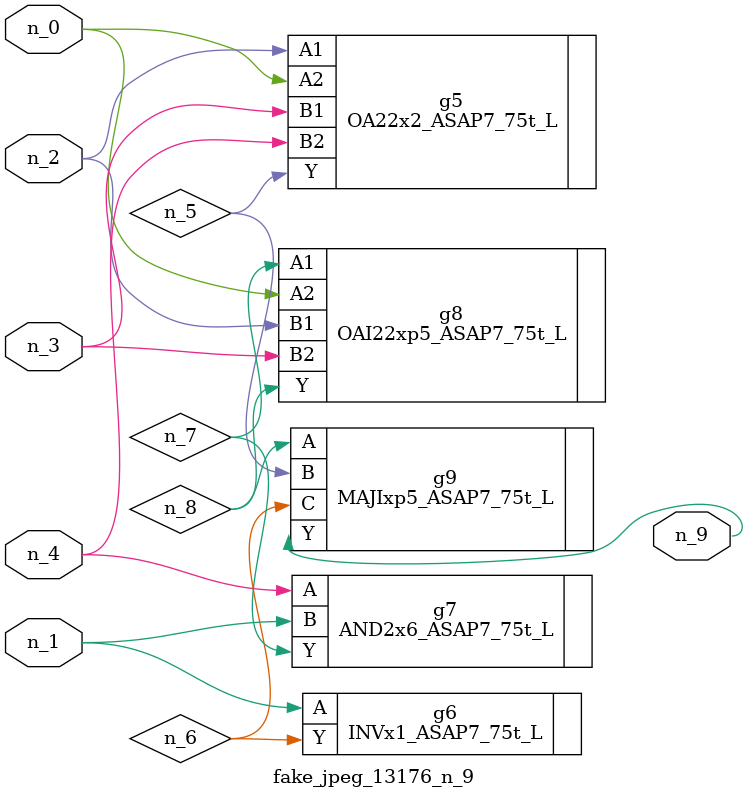
<source format=v>
module fake_jpeg_13176_n_9 (n_3, n_2, n_1, n_0, n_4, n_9);

input n_3;
input n_2;
input n_1;
input n_0;
input n_4;

output n_9;

wire n_8;
wire n_6;
wire n_5;
wire n_7;

OA22x2_ASAP7_75t_L g5 ( 
.A1(n_2),
.A2(n_0),
.B1(n_3),
.B2(n_4),
.Y(n_5)
);

INVx1_ASAP7_75t_L g6 ( 
.A(n_1),
.Y(n_6)
);

AND2x6_ASAP7_75t_L g7 ( 
.A(n_4),
.B(n_1),
.Y(n_7)
);

OAI22xp5_ASAP7_75t_L g8 ( 
.A1(n_7),
.A2(n_0),
.B1(n_2),
.B2(n_3),
.Y(n_8)
);

MAJIxp5_ASAP7_75t_L g9 ( 
.A(n_8),
.B(n_5),
.C(n_6),
.Y(n_9)
);


endmodule
</source>
